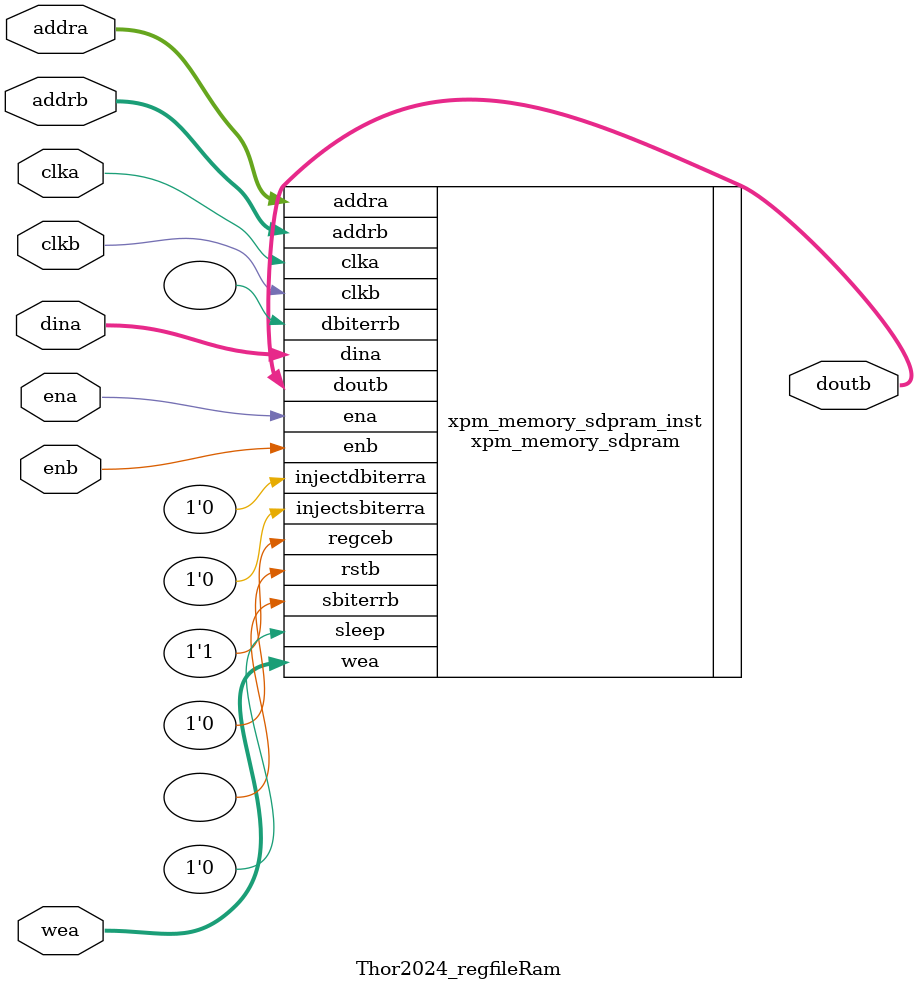
<source format=sv>

module Thor2024_regfileRam(clka, ena, wea, addra, dina, clkb, enb, addrb, doutb);
parameter WID=64;
input clka;
input ena;
input [7:0] wea;
input [7:0] addra;
input [WID-1:0] dina;
input clkb;
input enb;
input [7:0] addrb;
output [WID-1:0] doutb;


   // xpm_memory_sdpram: Simple Dual Port RAM
   // Xilinx Parameterized Macro, version 2022.2

   xpm_memory_sdpram #(
      .ADDR_WIDTH_A(8),               // DECIMAL
      .ADDR_WIDTH_B(8),               // DECIMAL
      .AUTO_SLEEP_TIME(0),            // DECIMAL
      .BYTE_WRITE_WIDTH_A(8),        // DECIMAL
      .CASCADE_HEIGHT(0),             // DECIMAL
      .CLOCKING_MODE("independent_clock"), // String
      .ECC_MODE("no_ecc"),            // String
      .MEMORY_INIT_FILE("none"),      // String
      .MEMORY_INIT_PARAM("0"),        // String
      .MEMORY_OPTIMIZATION("true"),   // String
      .MEMORY_PRIMITIVE("auto"),      // String
      .MEMORY_SIZE(256*WID),             // DECIMAL
      .MESSAGE_CONTROL(0),            // DECIMAL
      .READ_DATA_WIDTH_B(WID),         // DECIMAL
      .READ_LATENCY_B(1),             // DECIMAL
      .READ_RESET_VALUE_B("0"),       // String
      .RST_MODE_A("SYNC"),            // String
      .RST_MODE_B("SYNC"),            // String
      .SIM_ASSERT_CHK(0),             // DECIMAL; 0=disable simulation messages, 1=enable simulation messages
      .USE_EMBEDDED_CONSTRAINT(0),    // DECIMAL
      .USE_MEM_INIT(1),               // DECIMAL
      .USE_MEM_INIT_MMI(0),           // DECIMAL
      .WAKEUP_TIME("disable_sleep"),  // String
      .WRITE_DATA_WIDTH_A(WID),        // DECIMAL
      .WRITE_MODE_B("no_change"),     // String
      .WRITE_PROTECT(1)               // DECIMAL
   )
   xpm_memory_sdpram_inst (
      .dbiterrb(),             // 1-bit output: Status signal to indicate double bit error occurrence
                                       // on the data output of port B.

      .doutb(doutb),                   // READ_DATA_WIDTH_B-bit output: Data output for port B read operations.
      .sbiterrb(),             // 1-bit output: Status signal to indicate single bit error occurrence
                                       // on the data output of port B.

      .addra(addra),                   // ADDR_WIDTH_A-bit input: Address for port A write operations.
      .addrb(addrb),                   // ADDR_WIDTH_B-bit input: Address for port B read operations.
      .clka(clka),                     // 1-bit input: Clock signal for port A. Also clocks port B when
                                       // parameter CLOCKING_MODE is "common_clock".

      .clkb(clkb),                     // 1-bit input: Clock signal for port B when parameter CLOCKING_MODE is
                                       // "independent_clock". Unused when parameter CLOCKING_MODE is
                                       // "common_clock".

      .dina(dina),                     // WRITE_DATA_WIDTH_A-bit input: Data input for port A write operations.
      .ena(ena),                       // 1-bit input: Memory enable signal for port A. Must be high on clock
                                       // cycles when write operations are initiated. Pipelined internally.

      .enb(enb),                       // 1-bit input: Memory enable signal for port B. Must be high on clock
                                       // cycles when read operations are initiated. Pipelined internally.

      .injectdbiterra(1'b0), // 1-bit input: Controls double bit error injection on input data when
                                       // ECC enabled (Error injection capability is not available in
                                       // "decode_only" mode).

      .injectsbiterra(1'b0), // 1-bit input: Controls single bit error injection on input data when
                                       // ECC enabled (Error injection capability is not available in
                                       // "decode_only" mode).

      .regceb(1'b1),                 // 1-bit input: Clock Enable for the last register stage on the output
                                       // data path.

      .rstb(1'b0),                     // 1-bit input: Reset signal for the final port B output register stage.
                                       // Synchronously resets output port doutb to the value specified by
                                       // parameter READ_RESET_VALUE_B.

      .sleep(1'b0),                   // 1-bit input: sleep signal to enable the dynamic power saving feature.
      .wea(wea)                        // WRITE_DATA_WIDTH_A/BYTE_WRITE_WIDTH_A-bit input: Write enable vector
                                       // for port A input data port dina. 1 bit wide when word-wide writes are
                                       // used. In byte-wide write configurations, each bit controls the
                                       // writing one byte of dina to address addra. For example, to
                                       // synchronously write only bits [15-8] of dina when WRITE_DATA_WIDTH_A
                                       // is 32, wea would be 4'b0010.

   );

   // End of xpm_memory_sdpram_inst instantiation
								
endmodule


</source>
